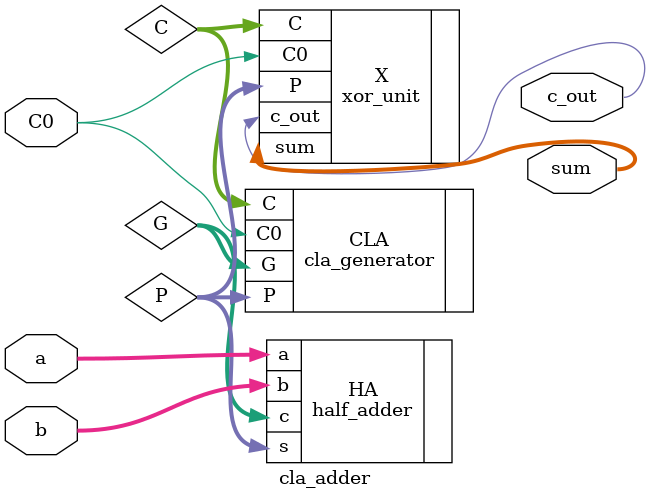
<source format=v>
module cla_adder(
    input [3:0] a, b,
    input C0,
    output [3:0] sum,
    output c_out 
    );
    
    wire [3:0] P, G, C;
    
    half_adder HA (
        .a(a),
        .b(b),
        .s(P),
        .c(G)
        );
        
    cla_generator CLA (
        .P(P),
        .G(G),
        .C0(C0),
        .C(C)
        );
        
    xor_unit X (
        .C(C),
        .P(P),
        .C0(C0),
        .sum(sum),
        .c_out(c_out)
        );
endmodule

</source>
